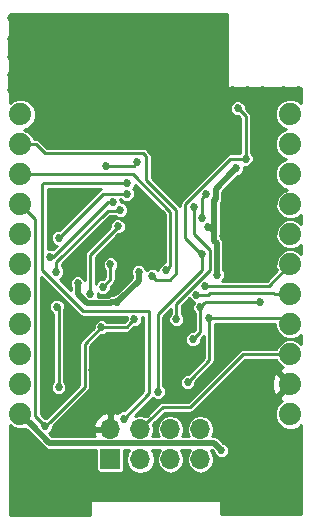
<source format=gbl>
%TF.GenerationSoftware,KiCad,Pcbnew,4.0.6*%
%TF.CreationDate,2017-10-26T23:28:33-04:00*%
%TF.ProjectId,ESP8285Lite,455350383238354C6974652E6B696361,rev?*%
%TF.FileFunction,Copper,L2,Bot,Signal*%
%FSLAX46Y46*%
G04 Gerber Fmt 4.6, Leading zero omitted, Abs format (unit mm)*
G04 Created by KiCad (PCBNEW 4.0.6) date 10/26/17 23:28:33*
%MOMM*%
%LPD*%
G01*
G04 APERTURE LIST*
%ADD10C,0.127000*%
%ADD11C,1.879600*%
%ADD12R,1.700000X1.700000*%
%ADD13O,1.700000X1.700000*%
%ADD14C,0.685800*%
%ADD15C,0.254000*%
%ADD16C,0.250000*%
%ADD17C,0.500000*%
%ADD18C,0.800000*%
%ADD19C,0.200000*%
G04 APERTURE END LIST*
D10*
D11*
X154940000Y-111760000D03*
X154940000Y-109220000D03*
X154940000Y-106680000D03*
X154940000Y-104140000D03*
X154940000Y-101600000D03*
X154940000Y-99060000D03*
X154940000Y-96520000D03*
X154940000Y-93980000D03*
X154940000Y-91440000D03*
X154940000Y-88900000D03*
X154940000Y-86360000D03*
X132080000Y-86360000D03*
X132080000Y-88900000D03*
X132080000Y-91440000D03*
X132080000Y-93980000D03*
X132080000Y-96520000D03*
X132080000Y-99060000D03*
X132080000Y-101600000D03*
X132080000Y-104140000D03*
X132080000Y-106680000D03*
X132080000Y-109220000D03*
X132080000Y-111760000D03*
D12*
X139700000Y-115570000D03*
D13*
X139700000Y-113030000D03*
X142240000Y-115570000D03*
X142240000Y-113030000D03*
X144780000Y-115570000D03*
X144780000Y-113030000D03*
X147320000Y-115570000D03*
X147320000Y-113030000D03*
D14*
X146229673Y-109040327D03*
X148082000Y-103632000D03*
X141732000Y-103720910D03*
X145280204Y-103699702D03*
X146777090Y-94191468D03*
X134196946Y-112743281D03*
X138938000Y-104394000D03*
X151892000Y-95758000D03*
X145288000Y-105918000D03*
X145669000Y-107442000D03*
X153035000Y-105283000D03*
X151964387Y-108077000D03*
X150622000Y-109601000D03*
X150368000Y-112141000D03*
X145923000Y-111887000D03*
X145923000Y-110490000D03*
X144526000Y-108458000D03*
X141986000Y-105918000D03*
X140970000Y-107061000D03*
X140843000Y-108966000D03*
X139192000Y-110998000D03*
X137668000Y-111379000D03*
X136398000Y-112395000D03*
X134112000Y-103505000D03*
X134747000Y-95758000D03*
X135128000Y-94742000D03*
X136144000Y-92964000D03*
X153035000Y-93599000D03*
X153035000Y-92583000D03*
X152908000Y-91059000D03*
X151765000Y-99060000D03*
X151003000Y-100076000D03*
X153416000Y-97663000D03*
X153416000Y-99187000D03*
X153416000Y-110490000D03*
X153543000Y-112903000D03*
X155194000Y-113665000D03*
X155448000Y-115443000D03*
X155448000Y-116967000D03*
X155448000Y-118491000D03*
X154432000Y-119634000D03*
X152908000Y-119634000D03*
X151384000Y-119634000D03*
X149987000Y-119634000D03*
X148971000Y-118491000D03*
X147447000Y-118491000D03*
X145796000Y-118491000D03*
X144399000Y-118491000D03*
X142875000Y-118491000D03*
X141351000Y-118491000D03*
X139827000Y-118491000D03*
X138430000Y-118491000D03*
X134774348Y-97528205D03*
X144297854Y-91922146D03*
X143545117Y-94663238D03*
X144030700Y-96126300D03*
X142574373Y-97542284D03*
X142574603Y-96219706D03*
X142572099Y-95174865D03*
X134190114Y-100922215D03*
X138060233Y-97166233D03*
X137552233Y-97674233D03*
X149485952Y-99493119D03*
X136842500Y-98234500D03*
X133858000Y-86106000D03*
X133096000Y-85090000D03*
X142065797Y-88688501D03*
X140716044Y-88892221D03*
X143566517Y-90424000D03*
X133350000Y-116840000D03*
X137160000Y-119634000D03*
X139700000Y-88646000D03*
X138430000Y-87122000D03*
X136398000Y-87122000D03*
X148590000Y-87122000D03*
X147574000Y-87884000D03*
X148082000Y-89916000D03*
X147320000Y-90678000D03*
X131318000Y-84328000D03*
X131318000Y-83058000D03*
X131318000Y-81534000D03*
X131318000Y-80010000D03*
X131318000Y-78232000D03*
X133858000Y-78232000D03*
X135636000Y-78232000D03*
X138430000Y-78232000D03*
X139700000Y-78232000D03*
X141224000Y-78232000D03*
X143002000Y-78232000D03*
X149098000Y-78232000D03*
X146558000Y-78232000D03*
X144780000Y-78232000D03*
X143764000Y-79248000D03*
X142748000Y-80264000D03*
X141224000Y-80264000D03*
X139700000Y-80264000D03*
X138176000Y-80264000D03*
X136655018Y-80249717D03*
X136652000Y-78486000D03*
X132588000Y-78486000D03*
X132588000Y-81280000D03*
X132588000Y-82550000D03*
X132588000Y-84074000D03*
X133858000Y-84074000D03*
X135636000Y-84074000D03*
X136652000Y-84074000D03*
X136652000Y-83058000D03*
X137414000Y-82296000D03*
X138684000Y-82296000D03*
X139954000Y-82296000D03*
X141478000Y-82296000D03*
X143002000Y-82296000D03*
X144245988Y-82550000D03*
X144245988Y-84074000D03*
X144272000Y-85598000D03*
X144272000Y-86868000D03*
X144272000Y-88138000D03*
X144272000Y-89408000D03*
X144272000Y-90678000D03*
X143510000Y-88900000D03*
X140462000Y-87376000D03*
X134874000Y-87122000D03*
X146304000Y-91186000D03*
X146304000Y-90170000D03*
X146304000Y-89408000D03*
X146304000Y-88392000D03*
X146304000Y-87376000D03*
X146304000Y-86360000D03*
X146304000Y-85344000D03*
X146330012Y-84328000D03*
X146328016Y-83314065D03*
X146330012Y-82296000D03*
X147066000Y-81534000D03*
X147828000Y-80772000D03*
X148590000Y-80010000D03*
X149352000Y-80010000D03*
X149352000Y-81026000D03*
X149352000Y-82042000D03*
X149352000Y-83058000D03*
X149352000Y-84074000D03*
X150114000Y-84328000D03*
X151384000Y-84328000D03*
X152654000Y-84328000D03*
X154432000Y-84328000D03*
X155702000Y-84328000D03*
X153670000Y-85090000D03*
X152908000Y-86614000D03*
X152400000Y-88646000D03*
X152400000Y-89916000D03*
X151130000Y-91440000D03*
X149872688Y-94745554D03*
X149860000Y-92964000D03*
X138173935Y-107974016D03*
X151141662Y-96774000D03*
X149268458Y-96673902D03*
X137372124Y-93342816D03*
X134366000Y-88392000D03*
X131572000Y-119888000D03*
X132842000Y-119888000D03*
X135382000Y-119888000D03*
X131572000Y-113284000D03*
X131572000Y-114808000D03*
X135128000Y-113030000D03*
X134366000Y-110744000D03*
X134112000Y-109728000D03*
X131572000Y-117348000D03*
X140280643Y-102273090D03*
X136921847Y-100671224D03*
X142096239Y-99710869D03*
X148722303Y-99942010D03*
X147924157Y-95930076D03*
X150368000Y-90932000D03*
X149098000Y-114808000D03*
X141980705Y-90410941D03*
X139300727Y-90716090D03*
X135314813Y-96826378D03*
X141097000Y-93091000D03*
X139935536Y-93812387D03*
X134615112Y-98399587D03*
X140540237Y-94459688D03*
X135128000Y-99695000D03*
X140323736Y-95840695D03*
X137981326Y-101550597D03*
X139065000Y-100965000D03*
X139700000Y-99060000D03*
X135162302Y-102650302D03*
X135305813Y-109474000D03*
X146971732Y-101632732D03*
X147716716Y-100887748D03*
X146685000Y-105410000D03*
X147315738Y-102699395D03*
X152371531Y-102221706D03*
X143725910Y-109855000D03*
X147443003Y-98190387D03*
X150482300Y-85852000D03*
X151149695Y-90123472D03*
X147447000Y-95123000D03*
X147812403Y-93118465D03*
X143244560Y-100007939D03*
X144432025Y-99567257D03*
X140843000Y-112141000D03*
X141097000Y-92151187D03*
D15*
X148082000Y-107188000D02*
X146572572Y-108697428D01*
X148082000Y-103632000D02*
X148082000Y-107188000D01*
X146572572Y-108697428D02*
X146229673Y-109040327D01*
X148082000Y-103632000D02*
X154432000Y-103632000D01*
X154432000Y-103632000D02*
X154940000Y-104140000D01*
X141058910Y-104394000D02*
X141389101Y-104063809D01*
X138938000Y-104394000D02*
X141058910Y-104394000D01*
X141389101Y-104063809D02*
X141732000Y-103720910D01*
X148112904Y-99544164D02*
X145280204Y-102376864D01*
X145280204Y-103214769D02*
X145280204Y-103699702D01*
X146777090Y-96533020D02*
X148112904Y-97868834D01*
X148112904Y-97868834D02*
X148112904Y-99544164D01*
X145280204Y-102376864D02*
X145280204Y-103214769D01*
X146777090Y-94191468D02*
X146777090Y-96533020D01*
X132080000Y-93980000D02*
X133346801Y-95246801D01*
X133346801Y-95246801D02*
X133346801Y-111893136D01*
X133346801Y-111893136D02*
X133854047Y-112400382D01*
X133854047Y-112400382D02*
X134196946Y-112743281D01*
X138938000Y-104394000D02*
X137504034Y-105827966D01*
X137504034Y-105827966D02*
X137504034Y-109436193D01*
X134539845Y-112400382D02*
X134196946Y-112743281D01*
X137504034Y-109436193D02*
X134539845Y-112400382D01*
D16*
X140920205Y-95172794D02*
X140922276Y-95174865D01*
X140922276Y-95174865D02*
X142572099Y-95174865D01*
X138403132Y-96823334D02*
X138761668Y-96823334D01*
X138060233Y-97166233D02*
X138403132Y-96823334D01*
X138761668Y-96823334D02*
X139655835Y-95929167D01*
X139655835Y-95929167D02*
X139655835Y-95520102D01*
X139655835Y-95520102D02*
X140003143Y-95172794D01*
X140003143Y-95172794D02*
X140920205Y-95172794D01*
D17*
X144526000Y-108458000D02*
X144653000Y-108458000D01*
X144653000Y-108458000D02*
X145669000Y-107442000D01*
X150622000Y-109601000D02*
X150622000Y-109419387D01*
X150622000Y-109419387D02*
X151964387Y-108077000D01*
X145923000Y-111887000D02*
X146538998Y-111887000D01*
X146538998Y-111887000D02*
X146695999Y-111729999D01*
X146695999Y-111729999D02*
X147944001Y-111729999D01*
X147944001Y-111729999D02*
X148355002Y-112141000D01*
X148355002Y-112141000D02*
X150368000Y-112141000D01*
X144526000Y-108458000D02*
X144526000Y-109093000D01*
X144526000Y-109093000D02*
X145923000Y-110490000D01*
X140970000Y-107061000D02*
X140970000Y-106934000D01*
X140970000Y-106934000D02*
X141986000Y-105918000D01*
X139192000Y-110998000D02*
X139192000Y-110617000D01*
X139192000Y-110617000D02*
X140843000Y-108966000D01*
X136398000Y-112395000D02*
X136652000Y-112395000D01*
X136652000Y-112395000D02*
X137668000Y-111379000D01*
X135128000Y-94742000D02*
X135128000Y-95377000D01*
X135128000Y-95377000D02*
X134747000Y-95758000D01*
X137372124Y-93342816D02*
X136522816Y-93342816D01*
X136522816Y-93342816D02*
X136144000Y-92964000D01*
X152908000Y-91059000D02*
X152908000Y-92456000D01*
X152908000Y-92456000D02*
X153035000Y-92583000D01*
X151003000Y-100076000D02*
X151003000Y-99822000D01*
X151003000Y-99822000D02*
X151765000Y-99060000D01*
X153416000Y-99187000D02*
X153416000Y-97663000D01*
X153543000Y-112903000D02*
X153416000Y-112776000D01*
X153416000Y-112776000D02*
X153416000Y-110490000D01*
X155448000Y-115443000D02*
X155448000Y-113919000D01*
X155448000Y-113919000D02*
X155194000Y-113665000D01*
X155448000Y-118491000D02*
X155448000Y-116967000D01*
X152908000Y-119634000D02*
X154432000Y-119634000D01*
X149987000Y-119634000D02*
X151384000Y-119634000D01*
X147447000Y-118491000D02*
X148971000Y-118491000D01*
X144399000Y-118491000D02*
X145796000Y-118491000D01*
X141351000Y-118491000D02*
X142875000Y-118491000D01*
X138430000Y-118491000D02*
X139827000Y-118491000D01*
X144272000Y-90678000D02*
X144272000Y-91896292D01*
X144272000Y-91896292D02*
X144297854Y-91922146D01*
X144030700Y-96126300D02*
X144030700Y-95148821D01*
X144030700Y-95148821D02*
X143545117Y-94663238D01*
X142574603Y-96219706D02*
X142574603Y-97542054D01*
X142574603Y-97542054D02*
X142574373Y-97542284D01*
X143548090Y-95246219D02*
X143545117Y-95243246D01*
X143545117Y-95243246D02*
X143545117Y-94663238D01*
X143545117Y-94663238D02*
X143083726Y-94663238D01*
X143083726Y-94663238D02*
X142572099Y-95174865D01*
X142574603Y-96219706D02*
X143548090Y-95246219D01*
D18*
X134112000Y-101000329D02*
X134190114Y-100922215D01*
X134112000Y-109728000D02*
X134112000Y-101000329D01*
D17*
X136842500Y-98234500D02*
X136499601Y-98577399D01*
X136499601Y-98577399D02*
X136499601Y-99919976D01*
X136499601Y-99919976D02*
X136128946Y-100290631D01*
X133096000Y-85090000D02*
X133858000Y-85852000D01*
X133858000Y-85852000D02*
X133858000Y-86106000D01*
X143510000Y-90367483D02*
X143566517Y-90424000D01*
X143510000Y-88900000D02*
X143510000Y-90367483D01*
X140469823Y-88646000D02*
X140716044Y-88892221D01*
X139700000Y-88646000D02*
X140469823Y-88646000D01*
X147574000Y-87884000D02*
X147828000Y-87884000D01*
X147828000Y-87884000D02*
X148590000Y-87122000D01*
X147320000Y-90678000D02*
X148082000Y-89916000D01*
X131318000Y-83058000D02*
X131318000Y-84328000D01*
X131318000Y-80010000D02*
X131318000Y-81534000D01*
X133858000Y-78232000D02*
X131318000Y-78232000D01*
X138430000Y-78232000D02*
X135636000Y-78232000D01*
X141224000Y-78232000D02*
X139700000Y-78232000D01*
X144780000Y-78232000D02*
X143002000Y-78232000D01*
X144780000Y-78232000D02*
X146558000Y-78232000D01*
X142748000Y-80264000D02*
X143764000Y-79248000D01*
X139700000Y-80264000D02*
X141224000Y-80264000D01*
X136655018Y-80249717D02*
X138161717Y-80249717D01*
X138161717Y-80249717D02*
X138176000Y-80264000D01*
X132588000Y-78486000D02*
X136652000Y-78486000D01*
X132588000Y-82550000D02*
X132588000Y-81280000D01*
X133858000Y-84074000D02*
X132588000Y-84074000D01*
X136652000Y-84074000D02*
X135636000Y-84074000D01*
X137414000Y-82296000D02*
X136652000Y-83058000D01*
X139954000Y-82296000D02*
X138684000Y-82296000D01*
X143002000Y-82296000D02*
X141478000Y-82296000D01*
X144245988Y-84074000D02*
X144245988Y-82550000D01*
X144272000Y-86868000D02*
X144272000Y-85598000D01*
X144272000Y-89408000D02*
X144272000Y-88138000D01*
X134874000Y-87122000D02*
X140208000Y-87122000D01*
X140208000Y-87122000D02*
X140462000Y-87376000D01*
X146304000Y-89408000D02*
X146304000Y-90170000D01*
X146304000Y-87376000D02*
X146304000Y-88392000D01*
X146304000Y-85344000D02*
X146304000Y-86360000D01*
X146328016Y-83314065D02*
X146328016Y-84326004D01*
X146328016Y-84326004D02*
X146330012Y-84328000D01*
X147066000Y-81534000D02*
X147066000Y-81560012D01*
X147066000Y-81560012D02*
X146330012Y-82296000D01*
X148590000Y-80010000D02*
X147828000Y-80772000D01*
X149352000Y-81026000D02*
X149352000Y-80010000D01*
X149352000Y-83058000D02*
X149352000Y-82042000D01*
X150114000Y-84328000D02*
X149606000Y-84328000D01*
X149606000Y-84328000D02*
X149352000Y-84074000D01*
X152654000Y-84328000D02*
X151384000Y-84328000D01*
X153670000Y-85090000D02*
X154432000Y-84328000D01*
X154432000Y-84328000D02*
X155702000Y-84328000D01*
X152400000Y-88646000D02*
X152400000Y-87122000D01*
X152400000Y-87122000D02*
X152908000Y-86614000D01*
X151130000Y-91440000D02*
X152400000Y-90170000D01*
X152400000Y-90170000D02*
X152400000Y-89916000D01*
D19*
X149268458Y-96673902D02*
X151041564Y-96673902D01*
X151041564Y-96673902D02*
X151141662Y-96774000D01*
D17*
X132842000Y-119888000D02*
X131572000Y-119888000D01*
X137160000Y-119634000D02*
X135636000Y-119634000D01*
X135636000Y-119634000D02*
X135382000Y-119888000D01*
X131572000Y-117348000D02*
X131572000Y-114808000D01*
X140623542Y-101930191D02*
X140280643Y-102273090D01*
X136921847Y-100671224D02*
X136921847Y-101612463D01*
X142096239Y-99710869D02*
X142096239Y-100457494D01*
X142096239Y-100457494D02*
X140623542Y-101930191D01*
X136921847Y-101612463D02*
X137675373Y-102365989D01*
X137675373Y-102365989D02*
X139702811Y-102365989D01*
X139702811Y-102365989D02*
X139795710Y-102273090D01*
X139795710Y-102273090D02*
X140280643Y-102273090D01*
X148689915Y-97268853D02*
X148689915Y-99909622D01*
X148475557Y-97054495D02*
X148689915Y-97268853D01*
X148689915Y-99909622D02*
X148722303Y-99942010D01*
X148475557Y-96774000D02*
X148475557Y-97054495D01*
D15*
X148475557Y-96481476D02*
X148267056Y-96272975D01*
X148267056Y-96272975D02*
X147924157Y-95930076D01*
X148475557Y-96774000D02*
X148475557Y-96481476D01*
D17*
X150025101Y-91274899D02*
X150368000Y-90932000D01*
X148605304Y-92694696D02*
X150025101Y-91274899D01*
X148605304Y-93499058D02*
X148605304Y-92694696D01*
X148475557Y-96774000D02*
X148475557Y-93628805D01*
X148475557Y-93628805D02*
X148605304Y-93499058D01*
X148501101Y-114211101D02*
X149098000Y-114808000D01*
X133019799Y-112699799D02*
X132080000Y-111760000D01*
X134531101Y-114211101D02*
X133019799Y-112699799D01*
X148501101Y-114211101D02*
X134531101Y-114211101D01*
D15*
X141675556Y-90716090D02*
X141980705Y-90410941D01*
X139300727Y-90716090D02*
X141675556Y-90716090D01*
X135657712Y-96483479D02*
X135314813Y-96826378D01*
X139050191Y-93091000D02*
X135657712Y-96483479D01*
X141097000Y-93091000D02*
X139050191Y-93091000D01*
X139450603Y-93812387D02*
X139935536Y-93812387D01*
X134615112Y-98399587D02*
X134863403Y-98399587D01*
X134863403Y-98399587D02*
X139450603Y-93812387D01*
X139456494Y-94502052D02*
X140497873Y-94502052D01*
X135128000Y-98830546D02*
X139456494Y-94502052D01*
X140497873Y-94502052D02*
X140540237Y-94459688D01*
X135128000Y-99695000D02*
X135128000Y-98830546D01*
X140323736Y-95900504D02*
X140323736Y-95840695D01*
X137981326Y-98242914D02*
X140323736Y-95900504D01*
X137981326Y-101550597D02*
X137981326Y-98242914D01*
X139700000Y-99060000D02*
X139700000Y-100330000D01*
X139700000Y-100330000D02*
X139065000Y-100965000D01*
X143089999Y-112180001D02*
X142240000Y-113030000D01*
X144110098Y-111159902D02*
X143089999Y-112180001D01*
X146450080Y-111159902D02*
X144110098Y-111159902D01*
X150929982Y-106680000D02*
X146450080Y-111159902D01*
X154940000Y-106680000D02*
X150929982Y-106680000D01*
X135305813Y-102793813D02*
X135162302Y-102650302D01*
X135305813Y-109474000D02*
X135305813Y-102793813D01*
X147456665Y-101632732D02*
X146971732Y-101632732D01*
X148122920Y-101473000D02*
X147963188Y-101632732D01*
X153483923Y-101473000D02*
X148122920Y-101473000D01*
X153610923Y-101600000D02*
X153483923Y-101473000D01*
X154940000Y-101600000D02*
X153610923Y-101600000D01*
X147963188Y-101632732D02*
X147456665Y-101632732D01*
X154940000Y-99060000D02*
X153112252Y-100887748D01*
X153112252Y-100887748D02*
X148201649Y-100887748D01*
X148201649Y-100887748D02*
X147716716Y-100887748D01*
X146685000Y-105410000D02*
X147315738Y-104779262D01*
X147315738Y-104779262D02*
X147315738Y-102699395D01*
X152371531Y-102221706D02*
X147793427Y-102221706D01*
X147793427Y-102221706D02*
X147658637Y-102356496D01*
X147658637Y-102356496D02*
X147315738Y-102699395D01*
X147443003Y-98190387D02*
X147443003Y-99571999D01*
X147443003Y-99571999D02*
X143725910Y-103289092D01*
X143725910Y-103289092D02*
X143725910Y-109370067D01*
X143725910Y-109370067D02*
X143725910Y-109855000D01*
X151149695Y-90123472D02*
X151149695Y-86519395D01*
X151149695Y-86519395D02*
X150482300Y-85852000D01*
X146050000Y-96861567D02*
X147022441Y-97834008D01*
X146050000Y-93933472D02*
X146050000Y-96861567D01*
X151149695Y-90123472D02*
X149860000Y-90123472D01*
X149860000Y-90123472D02*
X146050000Y-93933472D01*
X147022441Y-97834008D02*
X147365340Y-98176907D01*
X147447000Y-95123000D02*
X147447000Y-93483868D01*
X147447000Y-93483868D02*
X147812403Y-93118465D01*
X133409077Y-88900000D02*
X132080000Y-88900000D01*
X134171077Y-89662000D02*
X133409077Y-88900000D01*
X143244560Y-100007939D02*
X143587459Y-100350838D01*
X143587459Y-100350838D02*
X144752094Y-100350838D01*
X144752094Y-100350838D02*
X145288000Y-99814932D01*
X145288000Y-99814932D02*
X145288000Y-94488000D01*
X145288000Y-94488000D02*
X142748000Y-91948000D01*
X142494000Y-89662000D02*
X134171077Y-89662000D01*
X142748000Y-91948000D02*
X142748000Y-89916000D01*
X142748000Y-89916000D02*
X142494000Y-89662000D01*
X144774924Y-99224358D02*
X144432025Y-99567257D01*
X133421792Y-91427285D02*
X141585217Y-91427285D01*
X141585217Y-91427285D02*
X144774924Y-94616992D01*
X132080000Y-91440000D02*
X133409077Y-91440000D01*
X133409077Y-91440000D02*
X133421792Y-91427285D01*
X144774924Y-94616992D02*
X144774924Y-99224358D01*
X143002000Y-107569000D02*
X143002000Y-109982000D01*
X143002000Y-109982000D02*
X140843000Y-112141000D01*
X141097000Y-92151187D02*
X134035813Y-92151187D01*
X134035813Y-92151187D02*
X133891210Y-92295790D01*
X133891210Y-99518797D02*
X137369413Y-102997000D01*
X143002000Y-102997000D02*
X143002000Y-107569000D01*
X137369413Y-102997000D02*
X143002000Y-102997000D01*
X133891210Y-92295790D02*
X133891210Y-99518797D01*
G36*
X153865433Y-107396647D02*
X154221479Y-107753314D01*
X154278848Y-107777136D01*
X154101923Y-107850420D01*
X154010637Y-108111032D01*
X154940000Y-109040395D01*
X154954143Y-109026253D01*
X155133748Y-109205858D01*
X155119605Y-109220000D01*
X155133748Y-109234143D01*
X154954143Y-109413748D01*
X154940000Y-109399605D01*
X154010637Y-110328968D01*
X154101923Y-110589580D01*
X154214029Y-110630857D01*
X154192804Y-110639627D01*
X153820933Y-111010850D01*
X153619430Y-111496124D01*
X153618971Y-112021571D01*
X153819627Y-112507196D01*
X154190850Y-112879067D01*
X154676124Y-113080570D01*
X155201571Y-113081029D01*
X155687196Y-112880373D01*
X155867100Y-112700782D01*
X155867100Y-120173000D01*
X149027000Y-120173000D01*
X149027000Y-119100000D01*
X149016994Y-119050590D01*
X148988553Y-119008965D01*
X148946159Y-118981685D01*
X148900000Y-118973000D01*
X138100000Y-118973000D01*
X138050590Y-118983006D01*
X138008965Y-119011447D01*
X137981685Y-119053841D01*
X137973000Y-119100000D01*
X137973000Y-120273000D01*
X131152900Y-120273000D01*
X131152900Y-112624371D01*
X131361479Y-112833314D01*
X131826912Y-113026580D01*
X132330877Y-113027019D01*
X132472500Y-112968501D01*
X132611796Y-113107797D01*
X132611798Y-113107800D01*
X134123098Y-114619099D01*
X134123100Y-114619102D01*
X134266138Y-114714676D01*
X134310293Y-114744179D01*
X134531101Y-114788102D01*
X134531106Y-114788101D01*
X138516594Y-114788101D01*
X138516594Y-116420000D01*
X138539395Y-116541179D01*
X138611012Y-116652474D01*
X138720286Y-116727138D01*
X138850000Y-116753406D01*
X140550000Y-116753406D01*
X140671179Y-116730605D01*
X140782474Y-116658988D01*
X140857138Y-116549714D01*
X140883406Y-116420000D01*
X140883406Y-114788101D01*
X141294271Y-114788101D01*
X141102704Y-115074800D01*
X141009000Y-115545883D01*
X141009000Y-115594117D01*
X141102704Y-116065200D01*
X141369552Y-116464565D01*
X141768917Y-116731413D01*
X142240000Y-116825117D01*
X142711083Y-116731413D01*
X143110448Y-116464565D01*
X143377296Y-116065200D01*
X143471000Y-115594117D01*
X143471000Y-115545883D01*
X143377296Y-115074800D01*
X143185729Y-114788101D01*
X143898674Y-114788101D01*
X143692594Y-115096523D01*
X143603000Y-115546941D01*
X143603000Y-115593059D01*
X143692594Y-116043477D01*
X143947735Y-116425324D01*
X144329582Y-116680465D01*
X144780000Y-116770059D01*
X145230418Y-116680465D01*
X145612265Y-116425324D01*
X145867406Y-116043477D01*
X145957000Y-115593059D01*
X145957000Y-115546941D01*
X145867406Y-115096523D01*
X145661326Y-114788101D01*
X146438674Y-114788101D01*
X146232594Y-115096523D01*
X146143000Y-115546941D01*
X146143000Y-115593059D01*
X146232594Y-116043477D01*
X146487735Y-116425324D01*
X146869582Y-116680465D01*
X147320000Y-116770059D01*
X147770418Y-116680465D01*
X148152265Y-116425324D01*
X148407406Y-116043477D01*
X148497000Y-115593059D01*
X148497000Y-115546941D01*
X148407406Y-115096523D01*
X148201326Y-114788101D01*
X148262099Y-114788101D01*
X148437362Y-114963363D01*
X148529755Y-115186972D01*
X148718037Y-115375582D01*
X148964164Y-115477783D01*
X149230667Y-115478016D01*
X149476972Y-115376245D01*
X149665582Y-115187963D01*
X149767783Y-114941836D01*
X149768016Y-114675333D01*
X149666245Y-114429028D01*
X149477963Y-114240418D01*
X149253011Y-114147010D01*
X148909102Y-113803100D01*
X148721909Y-113678023D01*
X148501101Y-113634100D01*
X148501096Y-113634101D01*
X148320126Y-113634101D01*
X148407406Y-113503477D01*
X148497000Y-113053059D01*
X148497000Y-113006941D01*
X148407406Y-112556523D01*
X148152265Y-112174676D01*
X147770418Y-111919535D01*
X147320000Y-111829941D01*
X146869582Y-111919535D01*
X146487735Y-112174676D01*
X146232594Y-112556523D01*
X146143000Y-113006941D01*
X146143000Y-113053059D01*
X146232594Y-113503477D01*
X146319874Y-113634101D01*
X145780126Y-113634101D01*
X145867406Y-113503477D01*
X145957000Y-113053059D01*
X145957000Y-113006941D01*
X145867406Y-112556523D01*
X145612265Y-112174676D01*
X145230418Y-111919535D01*
X144780000Y-111829941D01*
X144329582Y-111919535D01*
X143947735Y-112174676D01*
X143692594Y-112556523D01*
X143603000Y-113006941D01*
X143603000Y-113053059D01*
X143692594Y-113503477D01*
X143779874Y-113634101D01*
X143240126Y-113634101D01*
X143327406Y-113503477D01*
X143417000Y-113053059D01*
X143417000Y-113006941D01*
X143332072Y-112579981D01*
X143411025Y-112501028D01*
X143411027Y-112501025D01*
X144298151Y-111613902D01*
X146450080Y-111613902D01*
X146623818Y-111579343D01*
X146771106Y-111480928D01*
X149282201Y-108969833D01*
X153353955Y-108969833D01*
X153378951Y-109595828D01*
X153570420Y-110058077D01*
X153831032Y-110149363D01*
X154760395Y-109220000D01*
X153831032Y-108290637D01*
X153570420Y-108381923D01*
X153353955Y-108969833D01*
X149282201Y-108969833D01*
X151118035Y-107134000D01*
X153756910Y-107134000D01*
X153865433Y-107396647D01*
X153865433Y-107396647D01*
G37*
X153865433Y-107396647D02*
X154221479Y-107753314D01*
X154278848Y-107777136D01*
X154101923Y-107850420D01*
X154010637Y-108111032D01*
X154940000Y-109040395D01*
X154954143Y-109026253D01*
X155133748Y-109205858D01*
X155119605Y-109220000D01*
X155133748Y-109234143D01*
X154954143Y-109413748D01*
X154940000Y-109399605D01*
X154010637Y-110328968D01*
X154101923Y-110589580D01*
X154214029Y-110630857D01*
X154192804Y-110639627D01*
X153820933Y-111010850D01*
X153619430Y-111496124D01*
X153618971Y-112021571D01*
X153819627Y-112507196D01*
X154190850Y-112879067D01*
X154676124Y-113080570D01*
X155201571Y-113081029D01*
X155687196Y-112880373D01*
X155867100Y-112700782D01*
X155867100Y-120173000D01*
X149027000Y-120173000D01*
X149027000Y-119100000D01*
X149016994Y-119050590D01*
X148988553Y-119008965D01*
X148946159Y-118981685D01*
X148900000Y-118973000D01*
X138100000Y-118973000D01*
X138050590Y-118983006D01*
X138008965Y-119011447D01*
X137981685Y-119053841D01*
X137973000Y-119100000D01*
X137973000Y-120273000D01*
X131152900Y-120273000D01*
X131152900Y-112624371D01*
X131361479Y-112833314D01*
X131826912Y-113026580D01*
X132330877Y-113027019D01*
X132472500Y-112968501D01*
X132611796Y-113107797D01*
X132611798Y-113107800D01*
X134123098Y-114619099D01*
X134123100Y-114619102D01*
X134266138Y-114714676D01*
X134310293Y-114744179D01*
X134531101Y-114788102D01*
X134531106Y-114788101D01*
X138516594Y-114788101D01*
X138516594Y-116420000D01*
X138539395Y-116541179D01*
X138611012Y-116652474D01*
X138720286Y-116727138D01*
X138850000Y-116753406D01*
X140550000Y-116753406D01*
X140671179Y-116730605D01*
X140782474Y-116658988D01*
X140857138Y-116549714D01*
X140883406Y-116420000D01*
X140883406Y-114788101D01*
X141294271Y-114788101D01*
X141102704Y-115074800D01*
X141009000Y-115545883D01*
X141009000Y-115594117D01*
X141102704Y-116065200D01*
X141369552Y-116464565D01*
X141768917Y-116731413D01*
X142240000Y-116825117D01*
X142711083Y-116731413D01*
X143110448Y-116464565D01*
X143377296Y-116065200D01*
X143471000Y-115594117D01*
X143471000Y-115545883D01*
X143377296Y-115074800D01*
X143185729Y-114788101D01*
X143898674Y-114788101D01*
X143692594Y-115096523D01*
X143603000Y-115546941D01*
X143603000Y-115593059D01*
X143692594Y-116043477D01*
X143947735Y-116425324D01*
X144329582Y-116680465D01*
X144780000Y-116770059D01*
X145230418Y-116680465D01*
X145612265Y-116425324D01*
X145867406Y-116043477D01*
X145957000Y-115593059D01*
X145957000Y-115546941D01*
X145867406Y-115096523D01*
X145661326Y-114788101D01*
X146438674Y-114788101D01*
X146232594Y-115096523D01*
X146143000Y-115546941D01*
X146143000Y-115593059D01*
X146232594Y-116043477D01*
X146487735Y-116425324D01*
X146869582Y-116680465D01*
X147320000Y-116770059D01*
X147770418Y-116680465D01*
X148152265Y-116425324D01*
X148407406Y-116043477D01*
X148497000Y-115593059D01*
X148497000Y-115546941D01*
X148407406Y-115096523D01*
X148201326Y-114788101D01*
X148262099Y-114788101D01*
X148437362Y-114963363D01*
X148529755Y-115186972D01*
X148718037Y-115375582D01*
X148964164Y-115477783D01*
X149230667Y-115478016D01*
X149476972Y-115376245D01*
X149665582Y-115187963D01*
X149767783Y-114941836D01*
X149768016Y-114675333D01*
X149666245Y-114429028D01*
X149477963Y-114240418D01*
X149253011Y-114147010D01*
X148909102Y-113803100D01*
X148721909Y-113678023D01*
X148501101Y-113634100D01*
X148501096Y-113634101D01*
X148320126Y-113634101D01*
X148407406Y-113503477D01*
X148497000Y-113053059D01*
X148497000Y-113006941D01*
X148407406Y-112556523D01*
X148152265Y-112174676D01*
X147770418Y-111919535D01*
X147320000Y-111829941D01*
X146869582Y-111919535D01*
X146487735Y-112174676D01*
X146232594Y-112556523D01*
X146143000Y-113006941D01*
X146143000Y-113053059D01*
X146232594Y-113503477D01*
X146319874Y-113634101D01*
X145780126Y-113634101D01*
X145867406Y-113503477D01*
X145957000Y-113053059D01*
X145957000Y-113006941D01*
X145867406Y-112556523D01*
X145612265Y-112174676D01*
X145230418Y-111919535D01*
X144780000Y-111829941D01*
X144329582Y-111919535D01*
X143947735Y-112174676D01*
X143692594Y-112556523D01*
X143603000Y-113006941D01*
X143603000Y-113053059D01*
X143692594Y-113503477D01*
X143779874Y-113634101D01*
X143240126Y-113634101D01*
X143327406Y-113503477D01*
X143417000Y-113053059D01*
X143417000Y-113006941D01*
X143332072Y-112579981D01*
X143411025Y-112501028D01*
X143411027Y-112501025D01*
X144298151Y-111613902D01*
X146450080Y-111613902D01*
X146623818Y-111579343D01*
X146771106Y-111480928D01*
X149282201Y-108969833D01*
X153353955Y-108969833D01*
X153378951Y-109595828D01*
X153570420Y-110058077D01*
X153831032Y-110149363D01*
X154760395Y-109220000D01*
X153831032Y-108290637D01*
X153570420Y-108381923D01*
X153353955Y-108969833D01*
X149282201Y-108969833D01*
X151118035Y-107134000D01*
X153756910Y-107134000D01*
X153865433Y-107396647D01*
G36*
X142494000Y-109771580D02*
X140848475Y-111417105D01*
X140699639Y-111416975D01*
X140433479Y-111526950D01*
X140279453Y-111680707D01*
X140056890Y-111588524D01*
X139827000Y-111709845D01*
X139827000Y-112903000D01*
X139847000Y-112903000D01*
X139847000Y-113157000D01*
X139827000Y-113157000D01*
X139827000Y-113177000D01*
X139573000Y-113177000D01*
X139573000Y-113157000D01*
X138379181Y-113157000D01*
X138258514Y-113386892D01*
X138374610Y-113634101D01*
X134770102Y-113634101D01*
X134485066Y-113349065D01*
X134575918Y-113311526D01*
X134764528Y-113123244D01*
X134866729Y-112877117D01*
X134866870Y-112715409D01*
X134909171Y-112673108D01*
X138258514Y-112673108D01*
X138379181Y-112903000D01*
X139573000Y-112903000D01*
X139573000Y-111709845D01*
X139343110Y-111588524D01*
X138933076Y-111758355D01*
X138504817Y-112148642D01*
X138258514Y-112673108D01*
X134909171Y-112673108D01*
X137825060Y-109757220D01*
X137923475Y-109609931D01*
X137936628Y-109543805D01*
X137958034Y-109436193D01*
X137958034Y-106016018D01*
X138910177Y-105063876D01*
X139070667Y-105064016D01*
X139316972Y-104962245D01*
X139431416Y-104848000D01*
X141058910Y-104848000D01*
X141232648Y-104813441D01*
X141379936Y-104715026D01*
X141704177Y-104390786D01*
X141864667Y-104390926D01*
X142110972Y-104289155D01*
X142299582Y-104100873D01*
X142401783Y-103854746D01*
X142402016Y-103588243D01*
X142367621Y-103505000D01*
X142494000Y-103505000D01*
X142494000Y-109771580D01*
X142494000Y-109771580D01*
G37*
X142494000Y-109771580D02*
X140848475Y-111417105D01*
X140699639Y-111416975D01*
X140433479Y-111526950D01*
X140279453Y-111680707D01*
X140056890Y-111588524D01*
X139827000Y-111709845D01*
X139827000Y-112903000D01*
X139847000Y-112903000D01*
X139847000Y-113157000D01*
X139827000Y-113157000D01*
X139827000Y-113177000D01*
X139573000Y-113177000D01*
X139573000Y-113157000D01*
X138379181Y-113157000D01*
X138258514Y-113386892D01*
X138374610Y-113634101D01*
X134770102Y-113634101D01*
X134485066Y-113349065D01*
X134575918Y-113311526D01*
X134764528Y-113123244D01*
X134866729Y-112877117D01*
X134866870Y-112715409D01*
X134909171Y-112673108D01*
X138258514Y-112673108D01*
X138379181Y-112903000D01*
X139573000Y-112903000D01*
X139573000Y-111709845D01*
X139343110Y-111588524D01*
X138933076Y-111758355D01*
X138504817Y-112148642D01*
X138258514Y-112673108D01*
X134909171Y-112673108D01*
X137825060Y-109757220D01*
X137923475Y-109609931D01*
X137936628Y-109543805D01*
X137958034Y-109436193D01*
X137958034Y-106016018D01*
X138910177Y-105063876D01*
X139070667Y-105064016D01*
X139316972Y-104962245D01*
X139431416Y-104848000D01*
X141058910Y-104848000D01*
X141232648Y-104813441D01*
X141379936Y-104715026D01*
X141704177Y-104390786D01*
X141864667Y-104390926D01*
X142110972Y-104289155D01*
X142299582Y-104100873D01*
X142401783Y-103854746D01*
X142402016Y-103588243D01*
X142367621Y-103505000D01*
X142494000Y-103505000D01*
X142494000Y-109771580D01*
G36*
X137010203Y-103356210D02*
X137175010Y-103466331D01*
X137369413Y-103505000D01*
X141096297Y-103505000D01*
X141062217Y-103587074D01*
X141062076Y-103748781D01*
X140870858Y-103940000D01*
X139431347Y-103940000D01*
X139317963Y-103826418D01*
X139071836Y-103724217D01*
X138805333Y-103723984D01*
X138559028Y-103825755D01*
X138370418Y-104014037D01*
X138268217Y-104260164D01*
X138268076Y-104421872D01*
X137183008Y-105506940D01*
X137084593Y-105654228D01*
X137050034Y-105827966D01*
X137050034Y-109248140D01*
X134224770Y-112073405D01*
X134169075Y-112073357D01*
X133800801Y-111705084D01*
X133800801Y-102782969D01*
X134492286Y-102782969D01*
X134594057Y-103029274D01*
X134782339Y-103217884D01*
X134851813Y-103246732D01*
X134851813Y-108980653D01*
X134738231Y-109094037D01*
X134636030Y-109340164D01*
X134635797Y-109606667D01*
X134737568Y-109852972D01*
X134925850Y-110041582D01*
X135171977Y-110143783D01*
X135438480Y-110144016D01*
X135684785Y-110042245D01*
X135873395Y-109853963D01*
X135975596Y-109607836D01*
X135975829Y-109341333D01*
X135874058Y-109095028D01*
X135759813Y-108980584D01*
X135759813Y-102958188D01*
X135832085Y-102784138D01*
X135832318Y-102517635D01*
X135730547Y-102271330D01*
X135542265Y-102082720D01*
X135296138Y-101980519D01*
X135029635Y-101980286D01*
X134783330Y-102082057D01*
X134594720Y-102270339D01*
X134492519Y-102516466D01*
X134492286Y-102782969D01*
X133800801Y-102782969D01*
X133800801Y-100146808D01*
X137010203Y-103356210D01*
X137010203Y-103356210D01*
G37*
X137010203Y-103356210D02*
X137175010Y-103466331D01*
X137369413Y-103505000D01*
X141096297Y-103505000D01*
X141062217Y-103587074D01*
X141062076Y-103748781D01*
X140870858Y-103940000D01*
X139431347Y-103940000D01*
X139317963Y-103826418D01*
X139071836Y-103724217D01*
X138805333Y-103723984D01*
X138559028Y-103825755D01*
X138370418Y-104014037D01*
X138268217Y-104260164D01*
X138268076Y-104421872D01*
X137183008Y-105506940D01*
X137084593Y-105654228D01*
X137050034Y-105827966D01*
X137050034Y-109248140D01*
X134224770Y-112073405D01*
X134169075Y-112073357D01*
X133800801Y-111705084D01*
X133800801Y-102782969D01*
X134492286Y-102782969D01*
X134594057Y-103029274D01*
X134782339Y-103217884D01*
X134851813Y-103246732D01*
X134851813Y-108980653D01*
X134738231Y-109094037D01*
X134636030Y-109340164D01*
X134635797Y-109606667D01*
X134737568Y-109852972D01*
X134925850Y-110041582D01*
X135171977Y-110143783D01*
X135438480Y-110144016D01*
X135684785Y-110042245D01*
X135873395Y-109853963D01*
X135975596Y-109607836D01*
X135975829Y-109341333D01*
X135874058Y-109095028D01*
X135759813Y-108980584D01*
X135759813Y-102958188D01*
X135832085Y-102784138D01*
X135832318Y-102517635D01*
X135730547Y-102271330D01*
X135542265Y-102082720D01*
X135296138Y-101980519D01*
X135029635Y-101980286D01*
X134783330Y-102082057D01*
X134594720Y-102270339D01*
X134492519Y-102516466D01*
X134492286Y-102782969D01*
X133800801Y-102782969D01*
X133800801Y-100146808D01*
X137010203Y-103356210D01*
G36*
X146403487Y-102011704D02*
X146591769Y-102200314D01*
X146786487Y-102281168D01*
X146748156Y-102319432D01*
X146645955Y-102565559D01*
X146645722Y-102832062D01*
X146747493Y-103078367D01*
X146861738Y-103192811D01*
X146861738Y-104591209D01*
X146712823Y-104740124D01*
X146552333Y-104739984D01*
X146306028Y-104841755D01*
X146117418Y-105030037D01*
X146015217Y-105276164D01*
X146014984Y-105542667D01*
X146116755Y-105788972D01*
X146305037Y-105977582D01*
X146551164Y-106079783D01*
X146817667Y-106080016D01*
X147063972Y-105978245D01*
X147252582Y-105789963D01*
X147354783Y-105543836D01*
X147354924Y-105382128D01*
X147628000Y-105109053D01*
X147628000Y-106999947D01*
X146257497Y-108370451D01*
X146097006Y-108370311D01*
X145850701Y-108472082D01*
X145662091Y-108660364D01*
X145559890Y-108906491D01*
X145559657Y-109172994D01*
X145661428Y-109419299D01*
X145849710Y-109607909D01*
X146095837Y-109710110D01*
X146362340Y-109710343D01*
X146608645Y-109608572D01*
X146797255Y-109420290D01*
X146899456Y-109174163D01*
X146899597Y-109012455D01*
X148403027Y-107509026D01*
X148501441Y-107361738D01*
X148536000Y-107188000D01*
X148536000Y-104125347D01*
X148575416Y-104086000D01*
X153673247Y-104086000D01*
X153672981Y-104390877D01*
X153865433Y-104856647D01*
X154221479Y-105213314D01*
X154686912Y-105406580D01*
X155190877Y-105407019D01*
X155656647Y-105214567D01*
X155867100Y-105004480D01*
X155867100Y-105815629D01*
X155658521Y-105606686D01*
X155193088Y-105413420D01*
X154689123Y-105412981D01*
X154223353Y-105605433D01*
X153866686Y-105961479D01*
X153756847Y-106226000D01*
X150929982Y-106226000D01*
X150756244Y-106260559D01*
X150608955Y-106358974D01*
X146262028Y-110705902D01*
X144110098Y-110705902D01*
X143936360Y-110740461D01*
X143789072Y-110838875D01*
X142768975Y-111858973D01*
X142768972Y-111858975D01*
X142701205Y-111926742D01*
X142690418Y-111919535D01*
X142240000Y-111829941D01*
X141789582Y-111919535D01*
X141769400Y-111933020D01*
X143312921Y-110389499D01*
X143345947Y-110422582D01*
X143592074Y-110524783D01*
X143858577Y-110525016D01*
X144104882Y-110423245D01*
X144293492Y-110234963D01*
X144395693Y-109988836D01*
X144395926Y-109722333D01*
X144294155Y-109476028D01*
X144179910Y-109361584D01*
X144179910Y-103477144D01*
X144826204Y-102830850D01*
X144826204Y-103206355D01*
X144712622Y-103319739D01*
X144610421Y-103565866D01*
X144610188Y-103832369D01*
X144711959Y-104078674D01*
X144900241Y-104267284D01*
X145146368Y-104369485D01*
X145412871Y-104369718D01*
X145659176Y-104267947D01*
X145847786Y-104079665D01*
X145949987Y-103833538D01*
X145950220Y-103567035D01*
X145848449Y-103320730D01*
X145734204Y-103206286D01*
X145734204Y-102564916D01*
X146369550Y-101929570D01*
X146403487Y-102011704D01*
X146403487Y-102011704D01*
G37*
X146403487Y-102011704D02*
X146591769Y-102200314D01*
X146786487Y-102281168D01*
X146748156Y-102319432D01*
X146645955Y-102565559D01*
X146645722Y-102832062D01*
X146747493Y-103078367D01*
X146861738Y-103192811D01*
X146861738Y-104591209D01*
X146712823Y-104740124D01*
X146552333Y-104739984D01*
X146306028Y-104841755D01*
X146117418Y-105030037D01*
X146015217Y-105276164D01*
X146014984Y-105542667D01*
X146116755Y-105788972D01*
X146305037Y-105977582D01*
X146551164Y-106079783D01*
X146817667Y-106080016D01*
X147063972Y-105978245D01*
X147252582Y-105789963D01*
X147354783Y-105543836D01*
X147354924Y-105382128D01*
X147628000Y-105109053D01*
X147628000Y-106999947D01*
X146257497Y-108370451D01*
X146097006Y-108370311D01*
X145850701Y-108472082D01*
X145662091Y-108660364D01*
X145559890Y-108906491D01*
X145559657Y-109172994D01*
X145661428Y-109419299D01*
X145849710Y-109607909D01*
X146095837Y-109710110D01*
X146362340Y-109710343D01*
X146608645Y-109608572D01*
X146797255Y-109420290D01*
X146899456Y-109174163D01*
X146899597Y-109012455D01*
X148403027Y-107509026D01*
X148501441Y-107361738D01*
X148536000Y-107188000D01*
X148536000Y-104125347D01*
X148575416Y-104086000D01*
X153673247Y-104086000D01*
X153672981Y-104390877D01*
X153865433Y-104856647D01*
X154221479Y-105213314D01*
X154686912Y-105406580D01*
X155190877Y-105407019D01*
X155656647Y-105214567D01*
X155867100Y-105004480D01*
X155867100Y-105815629D01*
X155658521Y-105606686D01*
X155193088Y-105413420D01*
X154689123Y-105412981D01*
X154223353Y-105605433D01*
X153866686Y-105961479D01*
X153756847Y-106226000D01*
X150929982Y-106226000D01*
X150756244Y-106260559D01*
X150608955Y-106358974D01*
X146262028Y-110705902D01*
X144110098Y-110705902D01*
X143936360Y-110740461D01*
X143789072Y-110838875D01*
X142768975Y-111858973D01*
X142768972Y-111858975D01*
X142701205Y-111926742D01*
X142690418Y-111919535D01*
X142240000Y-111829941D01*
X141789582Y-111919535D01*
X141769400Y-111933020D01*
X143312921Y-110389499D01*
X143345947Y-110422582D01*
X143592074Y-110524783D01*
X143858577Y-110525016D01*
X144104882Y-110423245D01*
X144293492Y-110234963D01*
X144395693Y-109988836D01*
X144395926Y-109722333D01*
X144294155Y-109476028D01*
X144179910Y-109361584D01*
X144179910Y-103477144D01*
X144826204Y-102830850D01*
X144826204Y-103206355D01*
X144712622Y-103319739D01*
X144610421Y-103565866D01*
X144610188Y-103832369D01*
X144711959Y-104078674D01*
X144900241Y-104267284D01*
X145146368Y-104369485D01*
X145412871Y-104369718D01*
X145659176Y-104267947D01*
X145847786Y-104079665D01*
X145949987Y-103833538D01*
X145950220Y-103567035D01*
X145848449Y-103320730D01*
X145734204Y-103206286D01*
X145734204Y-102564916D01*
X146369550Y-101929570D01*
X146403487Y-102011704D01*
G36*
X144320924Y-94805045D02*
X144320924Y-98897260D01*
X144299358Y-98897241D01*
X144053053Y-98999012D01*
X143864443Y-99187294D01*
X143762242Y-99433421D01*
X143762115Y-99578189D01*
X143624523Y-99440357D01*
X143378396Y-99338156D01*
X143111893Y-99337923D01*
X142865588Y-99439694D01*
X142754745Y-99550345D01*
X142664484Y-99331897D01*
X142476202Y-99143287D01*
X142230075Y-99041086D01*
X141963572Y-99040853D01*
X141717267Y-99142624D01*
X141528657Y-99330906D01*
X141426456Y-99577033D01*
X141426223Y-99843536D01*
X141519239Y-100068652D01*
X141519239Y-100218492D01*
X140215541Y-101522190D01*
X140215539Y-101522193D01*
X140125280Y-101612452D01*
X139922860Y-101696090D01*
X139795715Y-101696090D01*
X139795710Y-101696089D01*
X139574902Y-101740012D01*
X139501602Y-101788989D01*
X138607693Y-101788989D01*
X138651109Y-101684433D01*
X138651271Y-101498758D01*
X138685037Y-101532582D01*
X138931164Y-101634783D01*
X139197667Y-101635016D01*
X139443972Y-101533245D01*
X139632582Y-101344963D01*
X139734783Y-101098836D01*
X139734924Y-100937128D01*
X140021027Y-100651026D01*
X140119441Y-100503738D01*
X140154000Y-100330000D01*
X140154000Y-99553347D01*
X140267582Y-99439963D01*
X140369783Y-99193836D01*
X140370016Y-98927333D01*
X140268245Y-98681028D01*
X140079963Y-98492418D01*
X139833836Y-98390217D01*
X139567333Y-98389984D01*
X139321028Y-98491755D01*
X139132418Y-98680037D01*
X139030217Y-98926164D01*
X139029984Y-99192667D01*
X139131755Y-99438972D01*
X139246000Y-99553416D01*
X139246000Y-100141947D01*
X139092823Y-100295124D01*
X138932333Y-100294984D01*
X138686028Y-100396755D01*
X138497418Y-100585037D01*
X138435326Y-100734571D01*
X138435326Y-98430966D01*
X140355669Y-96510623D01*
X140456403Y-96510711D01*
X140702708Y-96408940D01*
X140891318Y-96220658D01*
X140993519Y-95974531D01*
X140993752Y-95708028D01*
X140891981Y-95461723D01*
X140703699Y-95273113D01*
X140457572Y-95170912D01*
X140191069Y-95170679D01*
X139944764Y-95272450D01*
X139756154Y-95460732D01*
X139653953Y-95706859D01*
X139653759Y-95928429D01*
X137660300Y-97921888D01*
X137561885Y-98069176D01*
X137527326Y-98242914D01*
X137527326Y-100382365D01*
X137490092Y-100292252D01*
X137301810Y-100103642D01*
X137055683Y-100001441D01*
X136789180Y-100001208D01*
X136542875Y-100102979D01*
X136354265Y-100291261D01*
X136252064Y-100537388D01*
X136251831Y-100803891D01*
X136344847Y-101029007D01*
X136344847Y-101254014D01*
X135398781Y-100307948D01*
X135506972Y-100263245D01*
X135695582Y-100074963D01*
X135797783Y-99828836D01*
X135798016Y-99562333D01*
X135696245Y-99316028D01*
X135582000Y-99201584D01*
X135582000Y-99018598D01*
X139644547Y-94956052D01*
X140089180Y-94956052D01*
X140160274Y-95027270D01*
X140406401Y-95129471D01*
X140672904Y-95129704D01*
X140919209Y-95027933D01*
X141107819Y-94839651D01*
X141210020Y-94593524D01*
X141210253Y-94327021D01*
X141108482Y-94080716D01*
X140920200Y-93892106D01*
X140674073Y-93789905D01*
X140605456Y-93789845D01*
X140605552Y-93679720D01*
X140549887Y-93545000D01*
X140603653Y-93545000D01*
X140717037Y-93658582D01*
X140963164Y-93760783D01*
X141229667Y-93761016D01*
X141475972Y-93659245D01*
X141664582Y-93470963D01*
X141766783Y-93224836D01*
X141767016Y-92958333D01*
X141665245Y-92712028D01*
X141612626Y-92659317D01*
X141710335Y-92561779D01*
X141818109Y-92302229D01*
X144320924Y-94805045D01*
X144320924Y-94805045D01*
G37*
X144320924Y-94805045D02*
X144320924Y-98897260D01*
X144299358Y-98897241D01*
X144053053Y-98999012D01*
X143864443Y-99187294D01*
X143762242Y-99433421D01*
X143762115Y-99578189D01*
X143624523Y-99440357D01*
X143378396Y-99338156D01*
X143111893Y-99337923D01*
X142865588Y-99439694D01*
X142754745Y-99550345D01*
X142664484Y-99331897D01*
X142476202Y-99143287D01*
X142230075Y-99041086D01*
X141963572Y-99040853D01*
X141717267Y-99142624D01*
X141528657Y-99330906D01*
X141426456Y-99577033D01*
X141426223Y-99843536D01*
X141519239Y-100068652D01*
X141519239Y-100218492D01*
X140215541Y-101522190D01*
X140215539Y-101522193D01*
X140125280Y-101612452D01*
X139922860Y-101696090D01*
X139795715Y-101696090D01*
X139795710Y-101696089D01*
X139574902Y-101740012D01*
X139501602Y-101788989D01*
X138607693Y-101788989D01*
X138651109Y-101684433D01*
X138651271Y-101498758D01*
X138685037Y-101532582D01*
X138931164Y-101634783D01*
X139197667Y-101635016D01*
X139443972Y-101533245D01*
X139632582Y-101344963D01*
X139734783Y-101098836D01*
X139734924Y-100937128D01*
X140021027Y-100651026D01*
X140119441Y-100503738D01*
X140154000Y-100330000D01*
X140154000Y-99553347D01*
X140267582Y-99439963D01*
X140369783Y-99193836D01*
X140370016Y-98927333D01*
X140268245Y-98681028D01*
X140079963Y-98492418D01*
X139833836Y-98390217D01*
X139567333Y-98389984D01*
X139321028Y-98491755D01*
X139132418Y-98680037D01*
X139030217Y-98926164D01*
X139029984Y-99192667D01*
X139131755Y-99438972D01*
X139246000Y-99553416D01*
X139246000Y-100141947D01*
X139092823Y-100295124D01*
X138932333Y-100294984D01*
X138686028Y-100396755D01*
X138497418Y-100585037D01*
X138435326Y-100734571D01*
X138435326Y-98430966D01*
X140355669Y-96510623D01*
X140456403Y-96510711D01*
X140702708Y-96408940D01*
X140891318Y-96220658D01*
X140993519Y-95974531D01*
X140993752Y-95708028D01*
X140891981Y-95461723D01*
X140703699Y-95273113D01*
X140457572Y-95170912D01*
X140191069Y-95170679D01*
X139944764Y-95272450D01*
X139756154Y-95460732D01*
X139653953Y-95706859D01*
X139653759Y-95928429D01*
X137660300Y-97921888D01*
X137561885Y-98069176D01*
X137527326Y-98242914D01*
X137527326Y-100382365D01*
X137490092Y-100292252D01*
X137301810Y-100103642D01*
X137055683Y-100001441D01*
X136789180Y-100001208D01*
X136542875Y-100102979D01*
X136354265Y-100291261D01*
X136252064Y-100537388D01*
X136251831Y-100803891D01*
X136344847Y-101029007D01*
X136344847Y-101254014D01*
X135398781Y-100307948D01*
X135506972Y-100263245D01*
X135695582Y-100074963D01*
X135797783Y-99828836D01*
X135798016Y-99562333D01*
X135696245Y-99316028D01*
X135582000Y-99201584D01*
X135582000Y-99018598D01*
X139644547Y-94956052D01*
X140089180Y-94956052D01*
X140160274Y-95027270D01*
X140406401Y-95129471D01*
X140672904Y-95129704D01*
X140919209Y-95027933D01*
X141107819Y-94839651D01*
X141210020Y-94593524D01*
X141210253Y-94327021D01*
X141108482Y-94080716D01*
X140920200Y-93892106D01*
X140674073Y-93789905D01*
X140605456Y-93789845D01*
X140605552Y-93679720D01*
X140549887Y-93545000D01*
X140603653Y-93545000D01*
X140717037Y-93658582D01*
X140963164Y-93760783D01*
X141229667Y-93761016D01*
X141475972Y-93659245D01*
X141664582Y-93470963D01*
X141766783Y-93224836D01*
X141767016Y-92958333D01*
X141665245Y-92712028D01*
X141612626Y-92659317D01*
X141710335Y-92561779D01*
X141818109Y-92302229D01*
X144320924Y-94805045D01*
G36*
X149573000Y-84000000D02*
X149583006Y-84049410D01*
X149611447Y-84091035D01*
X149653841Y-84118315D01*
X149700000Y-84127000D01*
X155867100Y-84127000D01*
X155867100Y-85419194D01*
X155689150Y-85240933D01*
X155203876Y-85039430D01*
X154678429Y-85038971D01*
X154192804Y-85239627D01*
X153820933Y-85610850D01*
X153619430Y-86096124D01*
X153618971Y-86621571D01*
X153819627Y-87107196D01*
X154190850Y-87479067D01*
X154554633Y-87630123D01*
X154192804Y-87779627D01*
X153820933Y-88150850D01*
X153619430Y-88636124D01*
X153618971Y-89161571D01*
X153819627Y-89647196D01*
X154190850Y-90019067D01*
X154554633Y-90170123D01*
X154192804Y-90319627D01*
X153820933Y-90690850D01*
X153619430Y-91176124D01*
X153618971Y-91701571D01*
X153819627Y-92187196D01*
X154190850Y-92559067D01*
X154625162Y-92739409D01*
X154223353Y-92905433D01*
X153866686Y-93261479D01*
X153673420Y-93726912D01*
X153672981Y-94230877D01*
X153865433Y-94696647D01*
X154221479Y-95053314D01*
X154686912Y-95246580D01*
X155190877Y-95247019D01*
X155656647Y-95054567D01*
X155867100Y-94844480D01*
X155867100Y-95655629D01*
X155658521Y-95446686D01*
X155193088Y-95253420D01*
X154689123Y-95252981D01*
X154223353Y-95445433D01*
X153866686Y-95801479D01*
X153673420Y-96266912D01*
X153672981Y-96770877D01*
X153865433Y-97236647D01*
X154221479Y-97593314D01*
X154686912Y-97786580D01*
X155190877Y-97787019D01*
X155656647Y-97594567D01*
X155867100Y-97384480D01*
X155867100Y-98195629D01*
X155658521Y-97986686D01*
X155193088Y-97793420D01*
X154689123Y-97792981D01*
X154223353Y-97985433D01*
X153866686Y-98341479D01*
X153673420Y-98806912D01*
X153672981Y-99310877D01*
X153782358Y-99575590D01*
X152924200Y-100433748D01*
X149177915Y-100433748D01*
X149289885Y-100321973D01*
X149392086Y-100075846D01*
X149392319Y-99809343D01*
X149290548Y-99563038D01*
X149266915Y-99539364D01*
X149266915Y-97268858D01*
X149266916Y-97268853D01*
X149222993Y-97048045D01*
X149097916Y-96860852D01*
X149052557Y-96815493D01*
X149052557Y-93848314D01*
X149138382Y-93719866D01*
X149182305Y-93499058D01*
X149182304Y-93499053D01*
X149182304Y-92933698D01*
X150433099Y-91682902D01*
X150433102Y-91682900D01*
X150523364Y-91592638D01*
X150746972Y-91500245D01*
X150935582Y-91311963D01*
X151037783Y-91065836D01*
X151038016Y-90799333D01*
X151035512Y-90793272D01*
X151282362Y-90793488D01*
X151528667Y-90691717D01*
X151717277Y-90503435D01*
X151819478Y-90257308D01*
X151819711Y-89990805D01*
X151717940Y-89744500D01*
X151603695Y-89630056D01*
X151603695Y-86519395D01*
X151569136Y-86345657D01*
X151492506Y-86230972D01*
X151470721Y-86198368D01*
X151152176Y-85879823D01*
X151152316Y-85719333D01*
X151050545Y-85473028D01*
X150862263Y-85284418D01*
X150616136Y-85182217D01*
X150349633Y-85181984D01*
X150103328Y-85283755D01*
X149914718Y-85472037D01*
X149812517Y-85718164D01*
X149812284Y-85984667D01*
X149914055Y-86230972D01*
X150102337Y-86419582D01*
X150348464Y-86521783D01*
X150510172Y-86521924D01*
X150695695Y-86707448D01*
X150695695Y-89630125D01*
X150656279Y-89669472D01*
X149860000Y-89669472D01*
X149686262Y-89704031D01*
X149538974Y-89802445D01*
X145728974Y-93612446D01*
X145630559Y-93759734D01*
X145596000Y-93933472D01*
X145596000Y-94153947D01*
X143202000Y-91759948D01*
X143202000Y-89916000D01*
X143167441Y-89742262D01*
X143118804Y-89669472D01*
X143069026Y-89594973D01*
X142815026Y-89340974D01*
X142667738Y-89242559D01*
X142494000Y-89208000D01*
X134359130Y-89208000D01*
X133730103Y-88578974D01*
X133582815Y-88480559D01*
X133409077Y-88446000D01*
X133263090Y-88446000D01*
X133154567Y-88183353D01*
X132798521Y-87826686D01*
X132394788Y-87659040D01*
X132827196Y-87480373D01*
X133199067Y-87109150D01*
X133400570Y-86623876D01*
X133401029Y-86098429D01*
X133200373Y-85612804D01*
X132829150Y-85240933D01*
X132343876Y-85039430D01*
X131818429Y-85038971D01*
X131332804Y-85239627D01*
X131152900Y-85419218D01*
X131152900Y-77827000D01*
X149573000Y-77827000D01*
X149573000Y-84000000D01*
X149573000Y-84000000D01*
G37*
X149573000Y-84000000D02*
X149583006Y-84049410D01*
X149611447Y-84091035D01*
X149653841Y-84118315D01*
X149700000Y-84127000D01*
X155867100Y-84127000D01*
X155867100Y-85419194D01*
X155689150Y-85240933D01*
X155203876Y-85039430D01*
X154678429Y-85038971D01*
X154192804Y-85239627D01*
X153820933Y-85610850D01*
X153619430Y-86096124D01*
X153618971Y-86621571D01*
X153819627Y-87107196D01*
X154190850Y-87479067D01*
X154554633Y-87630123D01*
X154192804Y-87779627D01*
X153820933Y-88150850D01*
X153619430Y-88636124D01*
X153618971Y-89161571D01*
X153819627Y-89647196D01*
X154190850Y-90019067D01*
X154554633Y-90170123D01*
X154192804Y-90319627D01*
X153820933Y-90690850D01*
X153619430Y-91176124D01*
X153618971Y-91701571D01*
X153819627Y-92187196D01*
X154190850Y-92559067D01*
X154625162Y-92739409D01*
X154223353Y-92905433D01*
X153866686Y-93261479D01*
X153673420Y-93726912D01*
X153672981Y-94230877D01*
X153865433Y-94696647D01*
X154221479Y-95053314D01*
X154686912Y-95246580D01*
X155190877Y-95247019D01*
X155656647Y-95054567D01*
X155867100Y-94844480D01*
X155867100Y-95655629D01*
X155658521Y-95446686D01*
X155193088Y-95253420D01*
X154689123Y-95252981D01*
X154223353Y-95445433D01*
X153866686Y-95801479D01*
X153673420Y-96266912D01*
X153672981Y-96770877D01*
X153865433Y-97236647D01*
X154221479Y-97593314D01*
X154686912Y-97786580D01*
X155190877Y-97787019D01*
X155656647Y-97594567D01*
X155867100Y-97384480D01*
X155867100Y-98195629D01*
X155658521Y-97986686D01*
X155193088Y-97793420D01*
X154689123Y-97792981D01*
X154223353Y-97985433D01*
X153866686Y-98341479D01*
X153673420Y-98806912D01*
X153672981Y-99310877D01*
X153782358Y-99575590D01*
X152924200Y-100433748D01*
X149177915Y-100433748D01*
X149289885Y-100321973D01*
X149392086Y-100075846D01*
X149392319Y-99809343D01*
X149290548Y-99563038D01*
X149266915Y-99539364D01*
X149266915Y-97268858D01*
X149266916Y-97268853D01*
X149222993Y-97048045D01*
X149097916Y-96860852D01*
X149052557Y-96815493D01*
X149052557Y-93848314D01*
X149138382Y-93719866D01*
X149182305Y-93499058D01*
X149182304Y-93499053D01*
X149182304Y-92933698D01*
X150433099Y-91682902D01*
X150433102Y-91682900D01*
X150523364Y-91592638D01*
X150746972Y-91500245D01*
X150935582Y-91311963D01*
X151037783Y-91065836D01*
X151038016Y-90799333D01*
X151035512Y-90793272D01*
X151282362Y-90793488D01*
X151528667Y-90691717D01*
X151717277Y-90503435D01*
X151819478Y-90257308D01*
X151819711Y-89990805D01*
X151717940Y-89744500D01*
X151603695Y-89630056D01*
X151603695Y-86519395D01*
X151569136Y-86345657D01*
X151492506Y-86230972D01*
X151470721Y-86198368D01*
X151152176Y-85879823D01*
X151152316Y-85719333D01*
X151050545Y-85473028D01*
X150862263Y-85284418D01*
X150616136Y-85182217D01*
X150349633Y-85181984D01*
X150103328Y-85283755D01*
X149914718Y-85472037D01*
X149812517Y-85718164D01*
X149812284Y-85984667D01*
X149914055Y-86230972D01*
X150102337Y-86419582D01*
X150348464Y-86521783D01*
X150510172Y-86521924D01*
X150695695Y-86707448D01*
X150695695Y-89630125D01*
X150656279Y-89669472D01*
X149860000Y-89669472D01*
X149686262Y-89704031D01*
X149538974Y-89802445D01*
X145728974Y-93612446D01*
X145630559Y-93759734D01*
X145596000Y-93933472D01*
X145596000Y-94153947D01*
X143202000Y-91759948D01*
X143202000Y-89916000D01*
X143167441Y-89742262D01*
X143118804Y-89669472D01*
X143069026Y-89594973D01*
X142815026Y-89340974D01*
X142667738Y-89242559D01*
X142494000Y-89208000D01*
X134359130Y-89208000D01*
X133730103Y-88578974D01*
X133582815Y-88480559D01*
X133409077Y-88446000D01*
X133263090Y-88446000D01*
X133154567Y-88183353D01*
X132798521Y-87826686D01*
X132394788Y-87659040D01*
X132827196Y-87480373D01*
X133199067Y-87109150D01*
X133400570Y-86623876D01*
X133401029Y-86098429D01*
X133200373Y-85612804D01*
X132829150Y-85240933D01*
X132343876Y-85039430D01*
X131818429Y-85038971D01*
X131332804Y-85239627D01*
X131152900Y-85419218D01*
X131152900Y-77827000D01*
X149573000Y-77827000D01*
X149573000Y-84000000D01*
G36*
X138876453Y-92671559D02*
X138729165Y-92769973D01*
X135342637Y-96156502D01*
X135182146Y-96156362D01*
X134935841Y-96258133D01*
X134747231Y-96446415D01*
X134645030Y-96692542D01*
X134644797Y-96959045D01*
X134746568Y-97205350D01*
X134934850Y-97393960D01*
X135141266Y-97479672D01*
X134849416Y-97771522D01*
X134748948Y-97729804D01*
X134482445Y-97729571D01*
X134399210Y-97763963D01*
X134399210Y-92659187D01*
X138938651Y-92659187D01*
X138876453Y-92671559D01*
X138876453Y-92671559D01*
G37*
X138876453Y-92671559D02*
X138729165Y-92769973D01*
X135342637Y-96156502D01*
X135182146Y-96156362D01*
X134935841Y-96258133D01*
X134747231Y-96446415D01*
X134645030Y-96692542D01*
X134644797Y-96959045D01*
X134746568Y-97205350D01*
X134934850Y-97393960D01*
X135141266Y-97479672D01*
X134849416Y-97771522D01*
X134748948Y-97729804D01*
X134482445Y-97729571D01*
X134399210Y-97763963D01*
X134399210Y-92659187D01*
X138938651Y-92659187D01*
X138876453Y-92671559D01*
M02*

</source>
